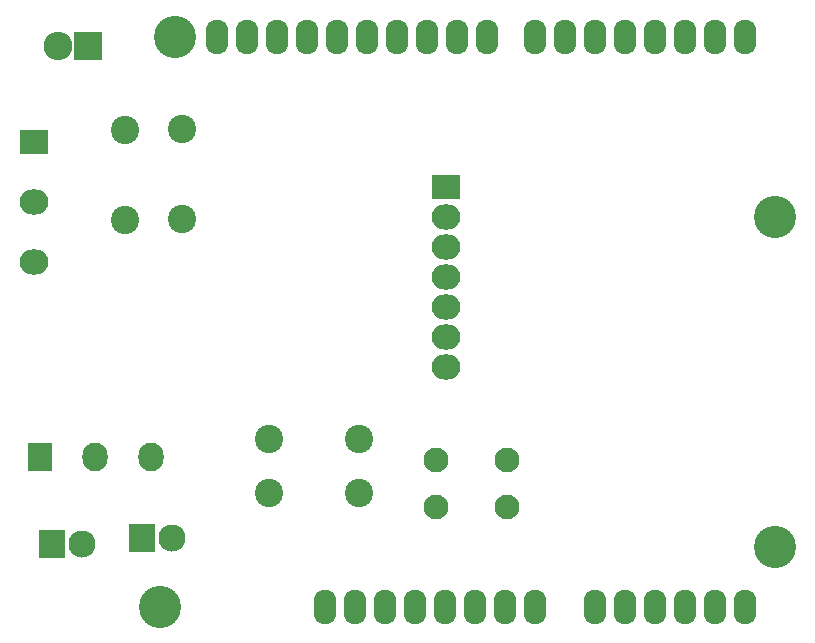
<source format=gts>
G04 #@! TF.FileFunction,Soldermask,Top*
%FSLAX46Y46*%
G04 Gerber Fmt 4.6, Leading zero omitted, Abs format (unit mm)*
G04 Created by KiCad (PCBNEW 4.0.1-3.201512221402+6198~38~ubuntu14.04.1-stable) date Sun 14 Feb 2016 09:49:56 PM PST*
%MOMM*%
G01*
G04 APERTURE LIST*
%ADD10C,0.100000*%
%ADD11O,1.924000X2.940000*%
%ADD12C,3.575000*%
%ADD13R,2.432000X2.127200*%
%ADD14O,2.432000X2.127200*%
%ADD15C,2.398980*%
%ADD16R,2.300000X2.400000*%
%ADD17C,2.300000*%
%ADD18R,2.432000X2.432000*%
%ADD19O,2.432000X2.432000*%
%ADD20C,2.100000*%
%ADD21R,2.127200X2.432000*%
%ADD22O,2.127200X2.432000*%
G04 APERTURE END LIST*
D10*
D11*
X151130000Y-115570000D03*
X148590000Y-115570000D03*
X146050000Y-115570000D03*
X138430000Y-115570000D03*
X140970000Y-115570000D03*
X143510000Y-115570000D03*
X133350000Y-115570000D03*
X130810000Y-115570000D03*
X128270000Y-115570000D03*
X123190000Y-115570000D03*
X120650000Y-115570000D03*
X151130000Y-67310000D03*
X148590000Y-67310000D03*
X146050000Y-67310000D03*
X143510000Y-67310000D03*
X140970000Y-67310000D03*
X138430000Y-67310000D03*
X135890000Y-67310000D03*
X133350000Y-67310000D03*
X129286000Y-67310000D03*
X126746000Y-67310000D03*
X124206000Y-67310000D03*
X121666000Y-67310000D03*
X119126000Y-67310000D03*
X116586000Y-67310000D03*
X114046000Y-67310000D03*
X111506000Y-67310000D03*
X125730000Y-115570000D03*
D12*
X153670000Y-110490000D03*
X153670000Y-82550000D03*
X102870000Y-67310000D03*
X101600000Y-115570000D03*
D11*
X108966000Y-67310000D03*
X106426000Y-67310000D03*
X118110000Y-115570000D03*
X115570000Y-115570000D03*
D13*
X125793500Y-80073500D03*
D14*
X125793500Y-82613500D03*
X125793500Y-85153500D03*
X125793500Y-87693500D03*
X125793500Y-90233500D03*
X125793500Y-92773500D03*
X125793500Y-95313500D03*
D15*
X110871000Y-101346000D03*
X118491000Y-101346000D03*
X110871000Y-105981500D03*
X118491000Y-105981500D03*
X103505000Y-82740500D03*
X103505000Y-75120500D03*
X98679000Y-82867500D03*
X98679000Y-75247500D03*
D16*
X92456000Y-110236000D03*
D17*
X94996000Y-110236000D03*
D16*
X100076000Y-109728000D03*
D17*
X102616000Y-109728000D03*
D13*
X90932000Y-76200000D03*
D14*
X90932000Y-81280000D03*
X90932000Y-86360000D03*
D18*
X95504000Y-68072000D03*
D19*
X92964000Y-68072000D03*
D20*
X130968000Y-107124000D03*
X124968000Y-107124000D03*
X130968000Y-103124000D03*
X124968000Y-103124000D03*
D21*
X91440000Y-102870000D03*
D22*
X96139000Y-102870000D03*
X100838000Y-102870000D03*
M02*

</source>
